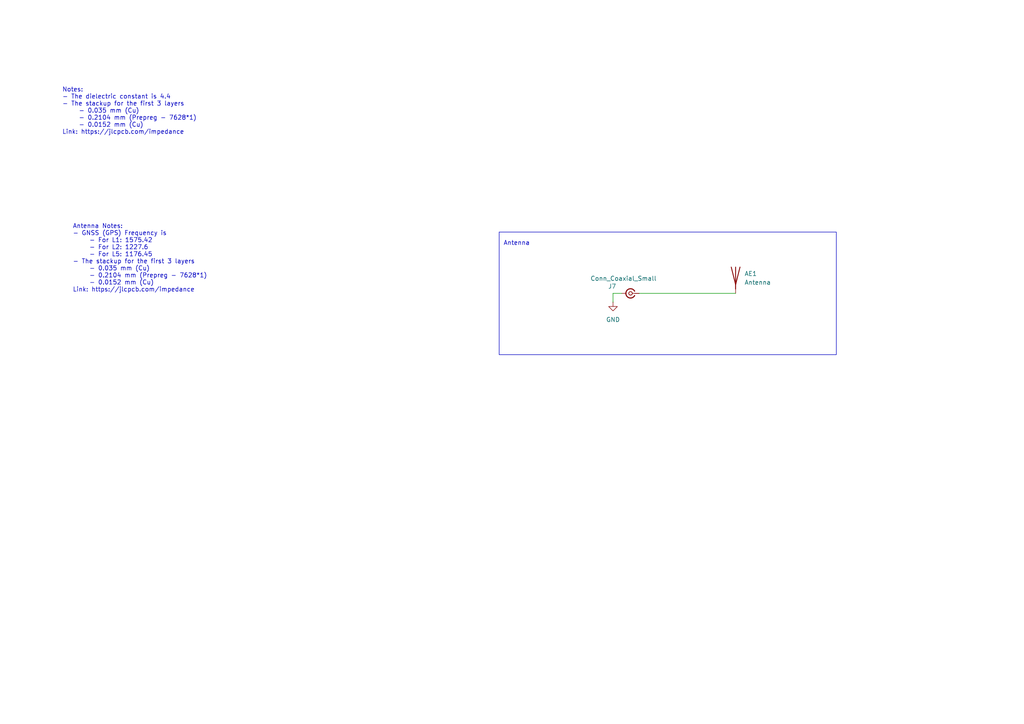
<source format=kicad_sch>
(kicad_sch (version 20231120) (generator "eeschema") (generator_version "8.0")
  (paper "A4")
  (lib_symbols
    (symbol "Connector:Conn_Coaxial_Small" (pin_numbers hide) (pin_names (offset 1.016) hide)
      (property "Reference" "J" (at 0.254 3.048 0))
      (property "Value" "Conn_Coaxial_Small" (at 0 -3.81 0))
      (symbol "Conn_Coaxial_Small_0_1"
        (polyline (pts (xy -2.54 0) (xy -0.508 0)))
        (circle (center 0 0) (radius 0.508) (stroke (width 0.2032)))
      )
      (symbol "Conn_Coaxial_Small_1_1"
        (arc (start -1.1916 -0.6311) (mid 0.327 -1.3081) (end 1.3484 0.0039) (stroke (width 0.3048)))
        (arc (start 1.3484 -0.0039) (mid 0.327 1.3081) (end -1.1916 0.6311) (stroke (width 0.3048)))
        (pin passive line (at -2.54 0 0) (length 1.27) (name "In") (number "1"))
        (pin passive line (at 2.54 0 180) (length 1.27) (name "Ext") (number "2"))
      )
    )
    (symbol "Device:Antenna" (pin_numbers hide) (pin_names (offset 1.016) hide)
      (property "Reference" "AE" (at -1.905 1.905 0))
      (property "Value" "Antenna" (at -1.905 0 0))
      (symbol "Antenna_0_1"
        (polyline (pts (xy 0 2.54) (xy 0 -3.81)) (stroke (width 0.254)))
        (polyline (pts (xy 1.27 2.54) (xy 0 -2.54) (xy -1.27 2.54)) (stroke (width 0.254)))
      )
      (symbol "Antenna_1_1"
        (pin input line (at 0 -5.08 90) (length 2.54) (name "A") (number "1"))
      )
    )
    (symbol "power:GND" (power) (pin_numbers hide) (pin_names (offset 0) hide)
      (property "Value" "GND" (at 0 -3.81 0))
      (symbol "GND_0_1"
        (polyline (pts (xy 0 0) (xy 0 -1.27) (xy 1.27 -1.27) (xy 0 -2.54) (xy -1.27 -1.27) (xy 0 -1.27)))
      )
      (symbol "GND_1_1"
        (pin power_in line (at 0 0 270) (length 0) (name "~") (number "1"))
      )
    )
  )
  (wire (pts (xy 177.8 85.09) (xy 180.34 85.09)))
  (wire (pts (xy 185.42 85.09) (xy 213.36 85.09)))
  (wire (pts (xy 177.8 87.63) (xy 177.8 85.09)))
  (rectangle (start 144.78 67.31) (end 242.57 102.87))
  (text "Antenna" (at 149.86 70.612 0) (effects (font (size 1.27 1.27))))
  (text "Antenna Notes:\n- GNSS (GPS) Frequency is \n	- For L1: 1575.42\n	- For L2: 1227.6\n	- For L5: 1176.45\n- The stackup for the first 3 layers\n	- 0.035 mm (Cu)\n	- 0.2104 mm (Prepreg - 7628*1)\n	- 0.0152 mm (Cu)\nLink: https://jlcpcb.com/impedance" (at 21.082 74.93 0) (effects (font (size 1.27 1.27)) (justify left)))
  (text "Notes:\n- The dielectric constant is 4.4\n- The stackup for the first 3 layers\n	- 0.035 mm (Cu)\n	- 0.2104 mm (Prepreg - 7628*1)\n	- 0.0152 mm (Cu)\nLink: https://jlcpcb.com/impedance" (at 18.034 32.258 0) (effects (font (size 1.27 1.27)) (justify left)))
  (symbol (lib_id "Connector:Conn_Coaxial_Small") (at 182.88 85.09 180) (unit 1)
    (property "Reference" "J7" (at 177.546 83.058 0))
    (property "Value" "Conn_Coaxial_Small" (at 180.848 80.772 0))
    (property "Footprint" "Library:SMA_Amphenol_901-143_Vertical" (effects (hide yes)))
    (property "Datasheet" "https://www.lcsc.com/datasheet/lcsc_datasheet_2405210917_BAT-WIRELESS-BWSMA-KE-Z001_C496549.pdf" (effects (hide yes)))
    (property "Description" "small coaxial connector (BNC, SMA, SMB, SMC, Cinch/RCA, LEMO, ...)" (effects (hide yes)))
    (property "LCSC Part Number" "C496549" (effects (hide yes)))
    (property "Manufacturing Part Number" "BWSMA-KE-Z001" (effects (hide yes)))
  )
  (symbol (lib_id "Device:Antenna") (at 213.36 80.01 0) (unit 1)
    (property "Reference" "AE1" (at 215.9 79.3749 0) (effects (justify left)))
    (property "Value" "Antenna" (at 215.9 81.9149 0) (effects (justify left)))
    (property "Description" "Antenna" (effects (hide yes)))
  )
  (symbol (lib_id "power:GND") (at 177.8 87.63 0) (unit 1)
    (property "Reference" "#PWR02" (effects (hide yes)))
    (property "Value" "GND" (at 177.8 92.71 0))
    (property "Description" "Power symbol creates a global label with name \"GND\" , ground" (effects (hide yes)))
  )
)
</source>
